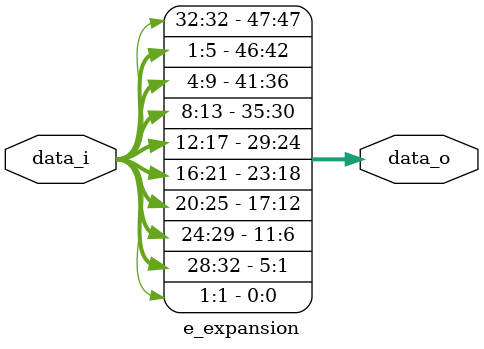
<source format=v>
`timescale 1ns / 1ps


// The module just assigns the output from the input, this is just wiring.

module e_expansion(
    input wire [1:32] data_i,           // input data for the permutation
    output wire [1:48] data_o           // output data for the permutation
    );

    // Logic for the permutation
    assign data_o[1] = data_i[32];
    assign data_o[2] = data_i[1];
    assign data_o[3] = data_i[2];
    assign data_o[4] = data_i[3];
    assign data_o[5] = data_i[4];
    assign data_o[6] = data_i[5];

    assign data_o[7] = data_i[4];
    assign data_o[8] = data_i[5];
    assign data_o[9] = data_i[6];
    assign data_o[10] = data_i[7];
    assign data_o[11] = data_i[8];
    assign data_o[12] = data_i[9];

    assign data_o[13] = data_i[8];
    assign data_o[14] = data_i[9];
    assign data_o[15] = data_i[10];
    assign data_o[16] = data_i[11];
    assign data_o[17] = data_i[12];
    assign data_o[18] = data_i[13];

    assign data_o[19] = data_i[12];
    assign data_o[20] = data_i[13];
    assign data_o[21] = data_i[14];
    assign data_o[22] = data_i[15];
    assign data_o[23] = data_i[16];
    assign data_o[24] = data_i[17];

    assign data_o[25] = data_i[16];
    assign data_o[26] = data_i[17];
    assign data_o[27] = data_i[18];
    assign data_o[28] = data_i[19];
    assign data_o[29] = data_i[20];
    assign data_o[30] = data_i[21];

    assign data_o[31] = data_i[20];
    assign data_o[32] = data_i[21];
    assign data_o[33] = data_i[22];
    assign data_o[34] = data_i[23];
    assign data_o[35] = data_i[24];
    assign data_o[36] = data_i[25];

    assign data_o[37] = data_i[24];
    assign data_o[38] = data_i[25];
    assign data_o[39] = data_i[26];
    assign data_o[40] = data_i[27];
    assign data_o[41] = data_i[28];
    assign data_o[42] = data_i[29];

    assign data_o[43] = data_i[28];
    assign data_o[44] = data_i[29];
    assign data_o[45] = data_i[30];
    assign data_o[46] = data_i[31];
    assign data_o[47] = data_i[32];
    assign data_o[48] = data_i[1];

endmodule
</source>
